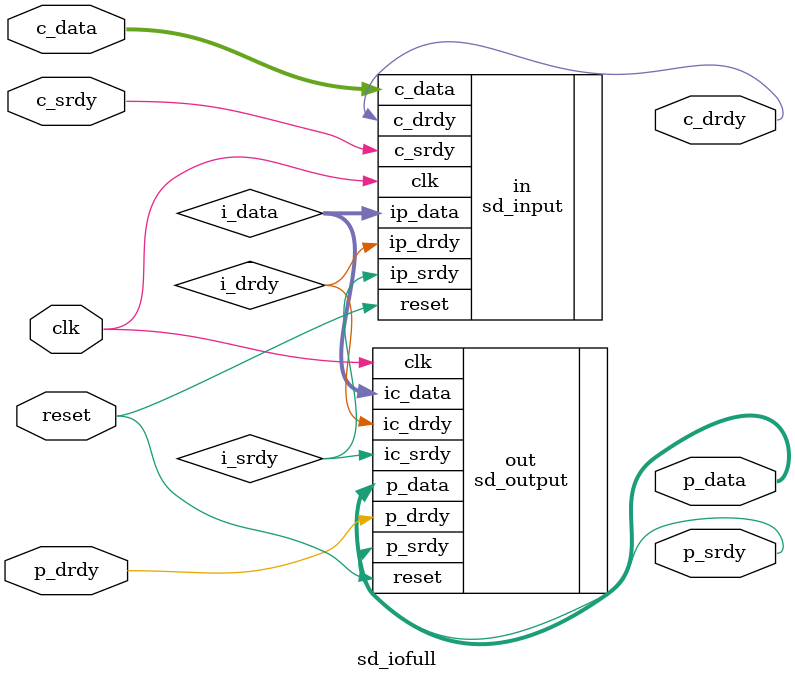
<source format=v>

module sd_iofull
  #(parameter width = 8)
  (
   input              clk,
   input              reset,
   input              c_srdy,
   output             c_drdy,
   input [width-1:0]  c_data,

   output             p_srdy,
   input              p_drdy,
   output [width-1:0] p_data
   );

  wire 		      i_irdy, i_drdy;
  wire [width-1:0]    i_data;

  sd_input #(width) in
    (
     .c_drdy				(c_drdy),
     .ip_srdy				(i_srdy),
     .ip_data				(i_data),
     .clk				(clk),
     .reset				(reset),
     .c_srdy				(c_srdy),
     .c_data				(c_data),
     .ip_drdy				(i_drdy));

  sd_output #(width) out
    (
     .ic_drdy				(i_drdy),
     .p_srdy				(p_srdy),
     .p_data				(p_data),
     .clk				(clk),
     .reset				(reset),
     .ic_srdy				(i_srdy),
     .ic_data				(i_data),
     .p_drdy				(p_drdy));

endmodule
</source>
